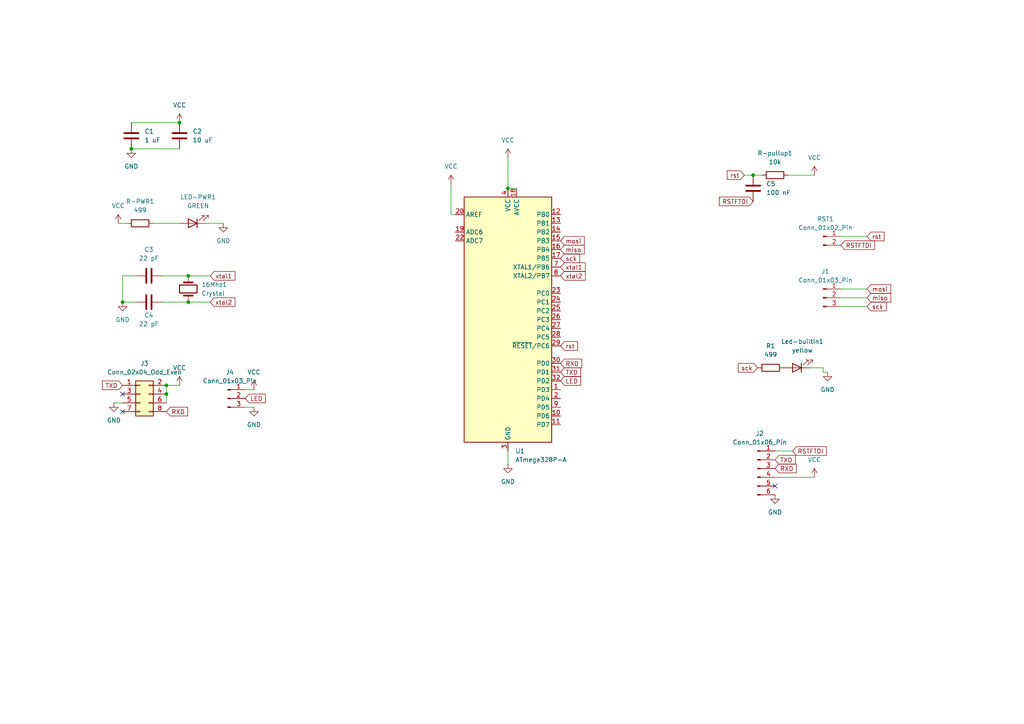
<source format=kicad_sch>
(kicad_sch (version 20250114) (generator "eeschema") (generator_version "9.0")
  (paper "A4")
  (lib_symbols
    (symbol "Connector:Conn_01x02_Pin" (pin_names (offset 1.016) (hide yes))
      (property "Reference" "J" (at 0 2.54 0))
      (property "Value" "Conn_01x02_Pin" (at 0 -5.08 0))
      (symbol "Conn_01x02_Pin_1_1"
        (rectangle (start 0.8636 0.127) (end 0 -0.127) (stroke (width 0.1524)) (fill (type outline)))
        (rectangle (start 0.8636 -2.413) (end 0 -2.667) (stroke (width 0.1524)) (fill (type outline)))
        (polyline (pts (xy 1.27 0) (xy 0.8636 0)) (stroke (width 0.1524)))
        (polyline (pts (xy 1.27 -2.54) (xy 0.8636 -2.54)) (stroke (width 0.1524)))
        (pin passive line (at 5.08 0 180) (length 3.81) (name "Pin_1") (number "1"))
        (pin passive line (at 5.08 -2.54 180) (length 3.81) (name "Pin_2") (number "2"))
      )
    )
    (symbol "Connector:Conn_01x03_Pin" (pin_names (offset 1.016) (hide yes))
      (property "Reference" "J" (at 0 5.08 0))
      (property "Value" "Conn_01x03_Pin" (at 0 -5.08 0))
      (symbol "Conn_01x03_Pin_1_1"
        (rectangle (start 0.8636 2.667) (end 0 2.413) (stroke (width 0.1524)) (fill (type outline)))
        (rectangle (start 0.8636 0.127) (end 0 -0.127) (stroke (width 0.1524)) (fill (type outline)))
        (rectangle (start 0.8636 -2.413) (end 0 -2.667) (stroke (width 0.1524)) (fill (type outline)))
        (polyline (pts (xy 1.27 2.54) (xy 0.8636 2.54)) (stroke (width 0.1524)))
        (polyline (pts (xy 1.27 0) (xy 0.8636 0)) (stroke (width 0.1524)))
        (polyline (pts (xy 1.27 -2.54) (xy 0.8636 -2.54)) (stroke (width 0.1524)))
        (pin passive line (at 5.08 2.54 180) (length 3.81) (name "Pin_1") (number "1"))
        (pin passive line (at 5.08 0 180) (length 3.81) (name "Pin_2") (number "2"))
        (pin passive line (at 5.08 -2.54 180) (length 3.81) (name "Pin_3") (number "3"))
      )
    )
    (symbol "Connector:Conn_01x06_Pin" (pin_names (offset 1.016) (hide yes))
      (property "Reference" "J" (at 0 7.62 0))
      (property "Value" "Conn_01x06_Pin" (at 0 -10.16 0))
      (symbol "Conn_01x06_Pin_1_1"
        (rectangle (start 0.8636 5.207) (end 0 4.953) (stroke (width 0.1524)) (fill (type outline)))
        (rectangle (start 0.8636 2.667) (end 0 2.413) (stroke (width 0.1524)) (fill (type outline)))
        (rectangle (start 0.8636 0.127) (end 0 -0.127) (stroke (width 0.1524)) (fill (type outline)))
        (rectangle (start 0.8636 -2.413) (end 0 -2.667) (stroke (width 0.1524)) (fill (type outline)))
        (rectangle (start 0.8636 -4.953) (end 0 -5.207) (stroke (width 0.1524)) (fill (type outline)))
        (rectangle (start 0.8636 -7.493) (end 0 -7.747) (stroke (width 0.1524)) (fill (type outline)))
        (polyline (pts (xy 1.27 5.08) (xy 0.8636 5.08)) (stroke (width 0.1524)))
        (polyline (pts (xy 1.27 2.54) (xy 0.8636 2.54)) (stroke (width 0.1524)))
        (polyline (pts (xy 1.27 0) (xy 0.8636 0)) (stroke (width 0.1524)))
        (polyline (pts (xy 1.27 -2.54) (xy 0.8636 -2.54)) (stroke (width 0.1524)))
        (polyline (pts (xy 1.27 -5.08) (xy 0.8636 -5.08)) (stroke (width 0.1524)))
        (polyline (pts (xy 1.27 -7.62) (xy 0.8636 -7.62)) (stroke (width 0.1524)))
        (pin passive line (at 5.08 5.08 180) (length 3.81) (name "Pin_1") (number "1"))
        (pin passive line (at 5.08 2.54 180) (length 3.81) (name "Pin_2") (number "2"))
        (pin passive line (at 5.08 0 180) (length 3.81) (name "Pin_3") (number "3"))
        (pin passive line (at 5.08 -2.54 180) (length 3.81) (name "Pin_4") (number "4"))
        (pin passive line (at 5.08 -5.08 180) (length 3.81) (name "Pin_5") (number "5"))
        (pin passive line (at 5.08 -7.62 180) (length 3.81) (name "Pin_6") (number "6"))
      )
    )
    (symbol "Connector_Generic:Conn_02x04_Odd_Even" (pin_names (offset 1.016) (hide yes))
      (property "Reference" "J" (at 1.27 5.08 0))
      (property "Value" "Conn_02x04_Odd_Even" (at 1.27 -7.62 0))
      (symbol "Conn_02x04_Odd_Even_1_1"
        (rectangle (start -1.27 3.81) (end 3.81 -6.35) (stroke (width 0.254)) (fill (type background)))
        (rectangle (start -1.27 2.667) (end 0 2.413) (stroke (width 0.1524)))
        (rectangle (start -1.27 0.127) (end 0 -0.127) (stroke (width 0.1524)))
        (rectangle (start -1.27 -2.413) (end 0 -2.667) (stroke (width 0.1524)))
        (rectangle (start -1.27 -4.953) (end 0 -5.207) (stroke (width 0.1524)))
        (rectangle (start 3.81 2.667) (end 2.54 2.413) (stroke (width 0.1524)))
        (rectangle (start 3.81 0.127) (end 2.54 -0.127) (stroke (width 0.1524)))
        (rectangle (start 3.81 -2.413) (end 2.54 -2.667) (stroke (width 0.1524)))
        (rectangle (start 3.81 -4.953) (end 2.54 -5.207) (stroke (width 0.1524)))
        (pin passive line (at -5.08 2.54 0) (length 3.81) (name "Pin_1") (number "1"))
        (pin passive line (at -5.08 0 0) (length 3.81) (name "Pin_3") (number "3"))
        (pin passive line (at -5.08 -2.54 0) (length 3.81) (name "Pin_5") (number "5"))
        (pin passive line (at -5.08 -5.08 0) (length 3.81) (name "Pin_7") (number "7"))
        (pin passive line (at 7.62 2.54 180) (length 3.81) (name "Pin_2") (number "2"))
        (pin passive line (at 7.62 0 180) (length 3.81) (name "Pin_4") (number "4"))
        (pin passive line (at 7.62 -2.54 180) (length 3.81) (name "Pin_6") (number "6"))
        (pin passive line (at 7.62 -5.08 180) (length 3.81) (name "Pin_8") (number "8"))
      )
    )
    (symbol "Device:C" (pin_numbers (hide yes)) (pin_names (offset 0.254))
      (property "Reference" "C" (at 0.635 2.54 0))
      (property "Value" "C" (at 0.635 -2.54 0))
      (symbol "C_0_1"
        (polyline (pts (xy -2.032 0.762) (xy 2.032 0.762)) (stroke (width 0.508)))
        (polyline (pts (xy -2.032 -0.762) (xy 2.032 -0.762)) (stroke (width 0.508)))
      )
      (symbol "C_1_1"
        (pin passive line (at 0 3.81 270) (length 2.794) (name "~") (number "1"))
        (pin passive line (at 0 -3.81 90) (length 2.794) (name "~") (number "2"))
      )
    )
    (symbol "Device:Crystal" (pin_numbers (hide yes)) (pin_names (offset 1.016) (hide yes))
      (property "Reference" "Y" (at 0 3.81 0))
      (property "Value" "Crystal" (at 0 -3.81 0))
      (symbol "Crystal_0_1"
        (polyline (pts (xy -2.54 0) (xy -1.905 0)))
        (polyline (pts (xy -1.905 -1.27) (xy -1.905 1.27)) (stroke (width 0.508)))
        (rectangle (start -1.143 2.54) (end 1.143 -2.54) (stroke (width 0.3048)))
        (polyline (pts (xy 1.905 -1.27) (xy 1.905 1.27)) (stroke (width 0.508)))
        (polyline (pts (xy 2.54 0) (xy 1.905 0)))
      )
      (symbol "Crystal_1_1"
        (pin passive line (at -3.81 0 0) (length 1.27) (name "1") (number "1"))
        (pin passive line (at 3.81 0 180) (length 1.27) (name "2") (number "2"))
      )
    )
    (symbol "Device:LED" (pin_numbers (hide yes)) (pin_names (offset 1.016) (hide yes))
      (property "Reference" "D" (at 0 2.54 0))
      (property "Value" "LED" (at 0 -2.54 0))
      (symbol "LED_0_1"
        (polyline (pts (xy -3.048 -0.762) (xy -4.572 -2.286) (xy -3.81 -2.286) (xy -4.572 -2.286) (xy -4.572 -1.524)))
        (polyline (pts (xy -1.778 -0.762) (xy -3.302 -2.286) (xy -2.54 -2.286) (xy -3.302 -2.286) (xy -3.302 -1.524)))
        (polyline (pts (xy -1.27 0) (xy 1.27 0)))
        (polyline (pts (xy -1.27 -1.27) (xy -1.27 1.27)) (stroke (width 0.254)))
        (polyline (pts (xy 1.27 -1.27) (xy 1.27 1.27) (xy -1.27 0) (xy 1.27 -1.27)) (stroke (width 0.254)))
      )
      (symbol "LED_1_1"
        (pin passive line (at -3.81 0 0) (length 2.54) (name "K") (number "1"))
        (pin passive line (at 3.81 0 180) (length 2.54) (name "A") (number "2"))
      )
    )
    (symbol "Device:R" (pin_numbers (hide yes)) (pin_names (offset 0))
      (property "Reference" "R" (at 2.032 0 90))
      (property "Value" "R" (at 0 0 90))
      (symbol "R_0_1"
        (rectangle (start -1.016 -2.54) (end 1.016 2.54) (stroke (width 0.254)))
      )
      (symbol "R_1_1"
        (pin passive line (at 0 3.81 270) (length 1.27) (name "~") (number "1"))
        (pin passive line (at 0 -3.81 90) (length 1.27) (name "~") (number "2"))
      )
    )
    (symbol "MCU_Microchip_ATmega:ATmega328P-A"
      (property "Reference" "U" (at -12.7 36.83 0))
      (property "Value" "ATmega328P-A" (at 2.54 -36.83 0))
      (symbol "ATmega328P-A_0_1"
        (rectangle (start -12.7 -35.56) (end 12.7 35.56) (stroke (width 0.254)) (fill (type background)))
      )
      (symbol "ATmega328P-A_1_1"
        (pin passive line (at -15.24 30.48 0) (length 2.54) (name "AREF") (number "20"))
        (pin input line (at -15.24 25.4 0) (length 2.54) (name "ADC6") (number "19"))
        (pin input line (at -15.24 22.86 0) (length 2.54) (name "ADC7") (number "22"))
        (pin power_in line (at 0 38.1 270) (length 2.54) (name "VCC") (number "4"))
        (pin passive line (at 0 38.1 270) (length 2.54) (hide yes) (name "VCC") (number "6"))
        (pin passive line (at 0 -38.1 90) (length 2.54) (hide yes) (name "GND") (number "21"))
        (pin power_in line (at 0 -38.1 90) (length 2.54) (name "GND") (number "3"))
        (pin passive line (at 0 -38.1 90) (length 2.54) (hide yes) (name "GND") (number "5"))
        (pin power_in line (at 2.54 38.1 270) (length 2.54) (name "AVCC") (number "18"))
        (pin bidirectional line (at 15.24 30.48 180) (length 2.54) (name "PB0") (number "12"))
        (pin bidirectional line (at 15.24 27.94 180) (length 2.54) (name "PB1") (number "13"))
        (pin bidirectional line (at 15.24 25.4 180) (length 2.54) (name "PB2") (number "14"))
        (pin bidirectional line (at 15.24 22.86 180) (length 2.54) (name "PB3") (number "15"))
        (pin bidirectional line (at 15.24 20.32 180) (length 2.54) (name "PB4") (number "16"))
        (pin bidirectional line (at 15.24 17.78 180) (length 2.54) (name "PB5") (number "17"))
        (pin bidirectional line (at 15.24 15.24 180) (length 2.54) (name "XTAL1/PB6") (number "7"))
        (pin bidirectional line (at 15.24 12.7 180) (length 2.54) (name "XTAL2/PB7") (number "8"))
        (pin bidirectional line (at 15.24 7.62 180) (length 2.54) (name "PC0") (number "23"))
        (pin bidirectional line (at 15.24 5.08 180) (length 2.54) (name "PC1") (number "24"))
        (pin bidirectional line (at 15.24 2.54 180) (length 2.54) (name "PC2") (number "25"))
        (pin bidirectional line (at 15.24 0 180) (length 2.54) (name "PC3") (number "26"))
        (pin bidirectional line (at 15.24 -2.54 180) (length 2.54) (name "PC4") (number "27"))
        (pin bidirectional line (at 15.24 -5.08 180) (length 2.54) (name "PC5") (number "28"))
        (pin bidirectional line (at 15.24 -7.62 180) (length 2.54) (name "~{RESET}/PC6") (number "29"))
        (pin bidirectional line (at 15.24 -12.7 180) (length 2.54) (name "PD0") (number "30"))
        (pin bidirectional line (at 15.24 -15.24 180) (length 2.54) (name "PD1") (number "31"))
        (pin bidirectional line (at 15.24 -17.78 180) (length 2.54) (name "PD2") (number "32"))
        (pin bidirectional line (at 15.24 -20.32 180) (length 2.54) (name "PD3") (number "1"))
        (pin bidirectional line (at 15.24 -22.86 180) (length 2.54) (name "PD4") (number "2"))
        (pin bidirectional line (at 15.24 -25.4 180) (length 2.54) (name "PD5") (number "9"))
        (pin bidirectional line (at 15.24 -27.94 180) (length 2.54) (name "PD6") (number "10"))
        (pin bidirectional line (at 15.24 -30.48 180) (length 2.54) (name "PD7") (number "11"))
      )
    )
    (symbol "power:GND" (power) (pin_numbers (hide yes)) (pin_names (offset 0) (hide yes))
      (property "Value" "GND" (at 0 -3.81 0))
      (symbol "GND_0_1"
        (polyline (pts (xy 0 0) (xy 0 -1.27) (xy 1.27 -1.27) (xy 0 -2.54) (xy -1.27 -1.27) (xy 0 -1.27)))
      )
      (symbol "GND_1_1"
        (pin power_in line (at 0 0 270) (length 0) (name "~") (number "1"))
      )
    )
    (symbol "power:VCC" (power) (pin_numbers (hide yes)) (pin_names (offset 0) (hide yes))
      (property "Value" "VCC" (at 0 3.556 0))
      (symbol "VCC_0_1"
        (polyline (pts (xy -0.762 1.27) (xy 0 2.54)))
        (polyline (pts (xy 0 2.54) (xy 0.762 1.27)))
        (polyline (pts (xy 0 0) (xy 0 2.54)))
      )
      (symbol "VCC_1_1"
        (pin power_in line (at 0 0 90) (length 0) (name "~") (number "1"))
      )
    )
  )
  (junction (at 218.44 50.8))
  (junction (at 48.26 111.76))
  (junction (at 48.26 114.3))
  (junction (at 54.61 87.63))
  (junction (at 35.56 87.63))
  (junction (at 147.32 54.61))
  (junction (at 52.07 35.56))
  (junction (at 54.61 80.01))
  (junction (at 38.1 43.18))
  (no_connect (at 224.79 140.97))
  (no_connect (at 35.56 114.3))
  (no_connect (at 35.56 119.38))
  (wire (pts (xy 251.46 86.36) (xy 243.84 86.36)))
  (wire (pts (xy 229.87 130.81) (xy 224.79 130.81)))
  (wire (pts (xy 251.46 68.58) (xy 243.84 68.58)))
  (wire (pts (xy 48.26 111.76) (xy 48.26 114.3)))
  (wire (pts (xy 64.77 64.77) (xy 59.69 64.77)))
  (wire (pts (xy 218.44 50.8) (xy 215.9 50.8)))
  (wire (pts (xy 52.07 111.76) (xy 48.26 111.76)))
  (wire (pts (xy 46.99 87.63) (xy 54.61 87.63)))
  (wire (pts (xy 52.07 64.77) (xy 44.45 64.77)))
  (wire (pts (xy 238.76 107.95) (xy 238.76 106.68)))
  (wire (pts (xy 130.81 62.23) (xy 132.08 62.23)))
  (wire (pts (xy 147.32 45.72) (xy 147.32 54.61)))
  (wire (pts (xy 236.22 138.43) (xy 224.79 138.43)))
  (wire (pts (xy 34.29 64.77) (xy 36.83 64.77)))
  (wire (pts (xy 130.81 53.34) (xy 130.81 62.23)))
  (wire (pts (xy 60.96 80.01) (xy 54.61 80.01)))
  (wire (pts (xy 52.07 35.56) (xy 38.1 35.56)))
  (wire (pts (xy 228.6 50.8) (xy 236.22 50.8)))
  (wire (pts (xy 46.99 80.01) (xy 54.61 80.01)))
  (wire (pts (xy 251.46 88.9) (xy 243.84 88.9)))
  (wire (pts (xy 35.56 87.63) (xy 39.37 87.63)))
  (wire (pts (xy 48.26 114.3) (xy 48.26 116.84)))
  (wire (pts (xy 35.56 80.01) (xy 35.56 87.63)))
  (wire (pts (xy 60.96 87.63) (xy 54.61 87.63)))
  (wire (pts (xy 220.98 50.8) (xy 218.44 50.8)))
  (wire (pts (xy 38.1 43.18) (xy 52.07 43.18)))
  (wire (pts (xy 251.46 83.82) (xy 243.84 83.82)))
  (wire (pts (xy 240.03 107.95) (xy 238.76 107.95)))
  (wire (pts (xy 147.32 54.61) (xy 149.86 54.61)))
  (wire (pts (xy 39.37 80.01) (xy 35.56 80.01)))
  (wire (pts (xy 73.66 118.11) (xy 71.12 118.11)))
  (wire (pts (xy 238.76 106.68) (xy 234.95 106.68)))
  (wire (pts (xy 73.66 113.03) (xy 71.12 113.03)))
  (wire (pts (xy 147.32 134.62) (xy 147.32 130.81)))
  (wire (pts (xy 33.02 116.84) (xy 35.56 116.84)))
  (global_label "rst" (shape input) (at 251.46 68.58 0) (property "Intersheetrefs" "${INTERSHEET_REFS}" (effects (hide yes))))
  (global_label "xtal2" (shape input) (at 162.56 80.01 0) (property "Intersheetrefs" "${INTERSHEET_REFS}" (effects (hide yes))))
  (global_label "mosi" (shape input) (at 162.56 69.85 0) (property "Intersheetrefs" "${INTERSHEET_REFS}" (effects (hide yes))))
  (global_label "xtal1" (shape input) (at 162.56 77.47 0) (property "Intersheetrefs" "${INTERSHEET_REFS}" (effects (hide yes))))
  (global_label "sck" (shape input) (at 162.56 74.93 0) (property "Intersheetrefs" "${INTERSHEET_REFS}" (effects (hide yes))))
  (global_label "rst" (shape input) (at 162.56 100.33 0) (property "Intersheetrefs" "${INTERSHEET_REFS}" (effects (hide yes))))
  (global_label "RXD" (shape input) (at 48.26 119.38 0) (property "Intersheetrefs" "${INTERSHEET_REFS}" (effects (hide yes))))
  (global_label "RXD" (shape input) (at 224.79 135.89 0) (property "Intersheetrefs" "${INTERSHEET_REFS}" (effects (hide yes))))
  (global_label "LED" (shape input) (at 162.56 110.49 0) (property "Intersheetrefs" "${INTERSHEET_REFS}" (effects (hide yes))))
  (global_label "sck" (shape input) (at 251.46 88.9 0) (property "Intersheetrefs" "${INTERSHEET_REFS}" (effects (hide yes))))
  (global_label "RSTFTDI" (shape input) (at 243.84 71.12 0) (property "Intersheetrefs" "${INTERSHEET_REFS}" (effects (hide yes))))
  (global_label "sck" (shape input) (at 219.71 106.68 180) (property "Intersheetrefs" "${INTERSHEET_REFS}" (effects (hide yes))))
  (global_label "TXD" (shape input) (at 162.56 107.95 0) (property "Intersheetrefs" "${INTERSHEET_REFS}" (effects (hide yes))))
  (global_label "miso" (shape input) (at 162.56 72.39 0) (property "Intersheetrefs" "${INTERSHEET_REFS}" (effects (hide yes))))
  (global_label "LED" (shape input) (at 71.12 115.57 0) (property "Intersheetrefs" "${INTERSHEET_REFS}" (effects (hide yes))))
  (global_label "xtal1" (shape input) (at 60.96 80.01 0) (property "Intersheetrefs" "${INTERSHEET_REFS}" (effects (hide yes))))
  (global_label "RXD" (shape input) (at 162.56 105.41 0) (property "Intersheetrefs" "${INTERSHEET_REFS}" (effects (hide yes))))
  (global_label "xtal2" (shape input) (at 60.96 87.63 0) (property "Intersheetrefs" "${INTERSHEET_REFS}" (effects (hide yes))))
  (global_label "mosi" (shape input) (at 251.46 83.82 0) (property "Intersheetrefs" "${INTERSHEET_REFS}" (effects (hide yes))))
  (global_label "RSTFTDI" (shape input) (at 218.44 58.42 180) (property "Intersheetrefs" "${INTERSHEET_REFS}" (effects (hide yes))))
  (global_label "rst" (shape input) (at 215.9 50.8 180) (property "Intersheetrefs" "${INTERSHEET_REFS}" (effects (hide yes))))
  (global_label "RSTFTDI" (shape input) (at 229.87 130.81 0) (property "Intersheetrefs" "${INTERSHEET_REFS}" (effects (hide yes))))
  (global_label "TXD" (shape input) (at 224.79 133.35 0) (property "Intersheetrefs" "${INTERSHEET_REFS}" (effects (hide yes))))
  (global_label "miso" (shape input) (at 251.46 86.36 0) (property "Intersheetrefs" "${INTERSHEET_REFS}" (effects (hide yes))))
  (global_label "TXD" (shape input) (at 35.56 111.76 180) (property "Intersheetrefs" "${INTERSHEET_REFS}" (effects (hide yes))))
  (symbol (lib_id "Connector:Conn_01x03_Pin") (at 238.76 86.36 0) (unit 1)
    (property "Reference" "J1" (at 239.395 78.74 0))
    (property "Value" "Conn_01x03_Pin" (at 239.395 81.28 0))
    (property "Footprint" "Connector_PinHeader_2.54mm:PinHeader_1x06_P2.54mm_Vertical" (effects (hide yes)))
    (property "Description" "Generic connector, single row, 01x03, script generated" (effects (hide yes)))
  )
  (symbol (lib_id "Device:Crystal") (at 54.61 83.82 90) (unit 1)
    (property "Reference" "16Mhz1" (at 58.42 82.5499 90) (effects (justify right)))
    (property "Value" "Crystal" (at 58.42 85.0899 90) (effects (justify right)))
    (property "Footprint" "Crystal-SMD:crystalSmd" (effects (hide yes)))
    (property "Description" "Two pin crystal" (effects (hide yes)))
  )
  (symbol (lib_id "Device:C") (at 52.07 39.37 0) (unit 1)
    (property "Reference" "C2" (at 55.88 38.0999 0) (effects (justify left)))
    (property "Value" "10 uF" (at 55.88 40.6399 0) (effects (justify left)))
    (property "Footprint" "Capacitor_SMD:C_1206_3216Metric_Pad1.33x1.80mm_HandSolder" (effects (hide yes)))
    (property "Description" "Unpolarized capacitor" (effects (hide yes)))
  )
  (symbol (lib_id "power:VCC") (at 34.29 64.77 0) (unit 1)
    (property "Reference" "#PWR07" (effects (hide yes)))
    (property "Value" "VCC" (at 34.29 59.69 0))
    (property "Description" "Power symbol creates a global label with name \"VCC\"" (effects (hide yes)))
  )
  (symbol (lib_id "power:VCC") (at 130.81 53.34 0) (unit 1)
    (property "Reference" "#PWR03" (effects (hide yes)))
    (property "Value" "VCC" (at 130.81 48.26 0))
    (property "Description" "Power symbol creates a global label with name \"VCC\"" (effects (hide yes)))
  )
  (symbol (lib_id "Device:R") (at 223.52 106.68 90) (unit 1)
    (property "Reference" "R1" (at 223.52 100.33 90))
    (property "Value" "499" (at 223.52 102.87 90))
    (property "Footprint" "Resistor_SMD:R_1206_3216Metric_Pad1.30x1.75mm_HandSolder" (effects (hide yes)))
    (property "Description" "Resistor" (effects (hide yes)))
  )
  (symbol (lib_id "Connector:Conn_01x06_Pin") (at 219.71 135.89 0) (unit 1)
    (property "Reference" "J2" (at 220.345 125.73 0))
    (property "Value" "Conn_01x06_Pin" (at 220.345 128.27 0))
    (property "Footprint" "Connector_PinHeader_2.54mm:PinHeader_1x06_P2.54mm_Vertical" (effects (hide yes)))
    (property "Description" "Generic connector, single row, 01x06, script generated" (effects (hide yes)))
  )
  (symbol (lib_id "power:VCC") (at 236.22 50.8 0) (unit 1)
    (property "Reference" "#PWR011" (effects (hide yes)))
    (property "Value" "VCC" (at 236.22 45.72 0))
    (property "Description" "Power symbol creates a global label with name \"VCC\"" (effects (hide yes)))
  )
  (symbol (lib_id "power:VCC") (at 52.07 111.76 0) (unit 1)
    (property "Reference" "#PWR015" (effects (hide yes)))
    (property "Value" "VCC" (at 52.07 106.68 0))
    (property "Description" "Power symbol creates a global label with name \"VCC\"" (effects (hide yes)))
  )
  (symbol (lib_id "Device:R") (at 224.79 50.8 90) (unit 1)
    (property "Reference" "R-pullup1" (at 224.79 44.45 90))
    (property "Value" "10k" (at 224.79 46.99 90))
    (property "Footprint" "Resistor_SMD:R_1206_3216Metric_Pad1.30x1.75mm_HandSolder" (effects (hide yes)))
    (property "Description" "Resistor" (effects (hide yes)))
  )
  (symbol (lib_id "Connector_Generic:Conn_02x04_Odd_Even") (at 40.64 114.3 0) (unit 1)
    (property "Reference" "J3" (at 41.91 105.41 0))
    (property "Value" "Conn_02x04_Odd_Even" (at 41.91 107.95 0))
    (property "Description" "Generic connector, double row, 02x04, odd/even pin numbering scheme (row 1 odd numbers, row 2 even numbers), script generated (kicad-library-utils/schlib/autogen/connector/)" (effects (hide yes)))
  )
  (symbol (lib_id "power:GND") (at 240.03 107.95 0) (unit 1)
    (property "Reference" "#PWR012" (effects (hide yes)))
    (property "Value" "GND" (at 240.03 113.03 0))
    (property "Description" "Power symbol creates a global label with name \"GND\" , ground" (effects (hide yes)))
  )
  (symbol (lib_id "power:GND") (at 35.56 87.63 0) (unit 1)
    (property "Reference" "#PWR010" (effects (hide yes)))
    (property "Value" "GND" (at 35.56 92.71 0))
    (property "Description" "Power symbol creates a global label with name \"GND\" , ground" (effects (hide yes)))
  )
  (symbol (lib_id "power:GND") (at 147.32 134.62 0) (unit 1)
    (property "Reference" "#PWR01" (effects (hide yes)))
    (property "Value" "GND" (at 147.32 139.7 0))
    (property "Description" "Power symbol creates a global label with name \"GND\" , ground" (effects (hide yes)))
  )
  (symbol (lib_id "Device:C") (at 43.18 80.01 90) (unit 1)
    (property "Reference" "C3" (at 43.18 72.39 90))
    (property "Value" "22 pF" (at 43.18 74.93 90))
    (property "Footprint" "Capacitor_SMD:C_1206_3216Metric_Pad1.33x1.80mm_HandSolder" (effects (hide yes)))
    (property "Description" "Unpolarized capacitor" (effects (hide yes)))
  )
  (symbol (lib_id "power:GND") (at 38.1 43.18 0) (unit 1)
    (property "Reference" "#PWR05" (effects (hide yes)))
    (property "Value" "GND" (at 38.1 48.26 0))
    (property "Description" "Power symbol creates a global label with name \"GND\" , ground" (effects (hide yes)))
  )
  (symbol (lib_id "power:GND") (at 33.02 116.84 0) (unit 1)
    (property "Reference" "#PWR016" (effects (hide yes)))
    (property "Value" "GND" (at 33.02 121.92 0))
    (property "Description" "Power symbol creates a global label with name \"GND\" , ground" (effects (hide yes)))
  )
  (symbol (lib_id "power:GND") (at 73.66 118.11 0) (unit 1)
    (property "Reference" "#PWR09" (effects (hide yes)))
    (property "Value" "GND" (at 73.66 123.19 0))
    (property "Description" "Power symbol creates a global label with name \"GND\" , ground" (effects (hide yes)))
  )
  (symbol (lib_id "power:GND") (at 224.79 143.51 0) (unit 1)
    (property "Reference" "#PWR013" (effects (hide yes)))
    (property "Value" "GND" (at 224.79 148.59 0))
    (property "Description" "Power symbol creates a global label with name \"GND\" , ground" (effects (hide yes)))
  )
  (symbol (lib_id "Device:C") (at 43.18 87.63 270) (unit 1)
    (property "Reference" "C4" (at 43.18 91.44 90))
    (property "Value" "22 pF" (at 43.18 93.98 90))
    (property "Footprint" "Capacitor_SMD:C_1206_3216Metric_Pad1.33x1.80mm_HandSolder" (effects (hide yes)))
    (property "Description" "Unpolarized capacitor" (effects (hide yes)))
  )
  (symbol (lib_id "power:VCC") (at 236.22 138.43 0) (unit 1)
    (property "Reference" "#PWR014" (effects (hide yes)))
    (property "Value" "VCC" (at 236.22 133.35 0))
    (property "Description" "Power symbol creates a global label with name \"VCC\"" (effects (hide yes)))
  )
  (symbol (lib_id "power:VCC") (at 52.07 35.56 0) (unit 1)
    (property "Reference" "#PWR04" (effects (hide yes)))
    (property "Value" "VCC" (at 52.07 30.48 0))
    (property "Description" "Power symbol creates a global label with name \"VCC\"" (effects (hide yes)))
  )
  (symbol (lib_id "Connector:Conn_01x03_Pin") (at 66.04 115.57 0) (unit 1)
    (property "Reference" "J4" (at 66.675 107.95 0))
    (property "Value" "Conn_01x03_Pin" (at 66.675 110.49 0))
    (property "Description" "Generic connector, single row, 01x03, script generated" (effects (hide yes)))
  )
  (symbol (lib_id "Device:LED") (at 231.14 106.68 180) (unit 1)
    (property "Reference" "Led-builtin1" (at 232.7275 99.06 0))
    (property "Value" "yellow" (at 232.7275 101.6 0))
    (property "Footprint" "LED_SMD:LED_1206_3216Metric_Pad1.42x1.75mm_HandSolder" (effects (hide yes)))
    (property "Description" "Light emitting diode" (effects (hide yes)))
    (property "Sim.Pins" "1=K 2=A" (effects (hide yes)))
  )
  (symbol (lib_id "Device:LED") (at 55.88 64.77 180) (unit 1)
    (property "Reference" "LED-PWR1" (at 57.4675 57.15 0))
    (property "Value" "GREEN" (at 57.4675 59.69 0))
    (property "Footprint" "LED_SMD:LED_1206_3216Metric_Pad1.42x1.75mm_HandSolder" (effects (hide yes)))
    (property "Description" "Light emitting diode" (effects (hide yes)))
    (property "Sim.Pins" "1=K 2=A" (effects (hide yes)))
  )
  (symbol (lib_id "Device:R") (at 40.64 64.77 270) (unit 1)
    (property "Reference" "R-PWR1" (at 40.64 58.42 90))
    (property "Value" "499" (at 40.64 60.96 90))
    (property "Footprint" "Resistor_SMD:R_1206_3216Metric_Pad1.30x1.75mm_HandSolder" (effects (hide yes)))
    (property "Description" "Resistor" (effects (hide yes)))
  )
  (symbol (lib_id "power:VCC") (at 147.32 45.72 0) (unit 1)
    (property "Reference" "#PWR02" (effects (hide yes)))
    (property "Value" "VCC" (at 147.32 40.64 0))
    (property "Description" "Power symbol creates a global label with name \"VCC\"" (effects (hide yes)))
  )
  (symbol (lib_id "Connector:Conn_01x02_Pin") (at 238.76 68.58 0) (unit 1)
    (property "Reference" "RST1" (at 239.395 63.5 0))
    (property "Value" "Conn_01x02_Pin" (at 239.395 66.04 0))
    (property "Footprint" "Connector_PinHeader_2.54mm:PinHeader_1x06_P2.54mm_Vertical" (effects (hide yes)))
    (property "Description" "Generic connector, single row, 01x02, script generated" (effects (hide yes)))
  )
  (symbol (lib_id "MCU_Microchip_ATmega:ATmega328P-A") (at 147.32 92.71 0) (unit 1)
    (property "Reference" "U1" (at 149.4633 130.81 0) (effects (justify left)))
    (property "Value" "ATmega328P-A" (at 149.4633 133.35 0) (effects (justify left)))
    (property "Footprint" "Package_QFP:TQFP-32_7x7mm_P0.8mm" (effects (hide yes)))
    (property "Datasheet" "http://ww1.microchip.com/downloads/en/DeviceDoc/ATmega328_P%20AVR%20MCU%20with%20picoPower%20Technology%20Data%20Sheet%2040001984A.pdf" (effects (hide yes)))
    (property "Description" "20MHz, 32kB Flash, 2kB SRAM, 1kB EEPROM, TQFP-32" (effects (hide yes)))
  )
  (symbol (lib_id "Device:C") (at 218.44 54.61 0) (unit 1)
    (property "Reference" "C5" (at 222.25 53.3399 0) (effects (justify left)))
    (property "Value" "100 nF" (at 222.25 55.8799 0) (effects (justify left)))
    (property "Footprint" "Capacitor_SMD:C_1206_3216Metric_Pad1.33x1.80mm_HandSolder" (effects (hide yes)))
    (property "Description" "Unpolarized capacitor" (effects (hide yes)))
  )
  (symbol (lib_id "power:VCC") (at 73.66 113.03 0) (unit 1)
    (property "Reference" "#PWR08" (effects (hide yes)))
    (property "Value" "VCC" (at 73.66 107.95 0))
    (property "Description" "Power symbol creates a global label with name \"VCC\"" (effects (hide yes)))
  )
  (symbol (lib_id "power:GND") (at 64.77 64.77 0) (unit 1)
    (property "Reference" "#PWR06" (effects (hide yes)))
    (property "Value" "GND" (at 64.77 69.85 0))
    (property "Description" "Power symbol creates a global label with name \"GND\" , ground" (effects (hide yes)))
  )
  (symbol (lib_id "Device:C") (at 38.1 39.37 0) (unit 1)
    (property "Reference" "C1" (at 41.91 38.0999 0) (effects (justify left)))
    (property "Value" "1 uF" (at 41.91 40.6399 0) (effects (justify left)))
    (property "Footprint" "Capacitor_SMD:C_1206_3216Metric_Pad1.33x1.80mm_HandSolder" (effects (hide yes)))
    (property "Description" "Unpolarized capacitor" (effects (hide yes)))
  )
)
</source>
